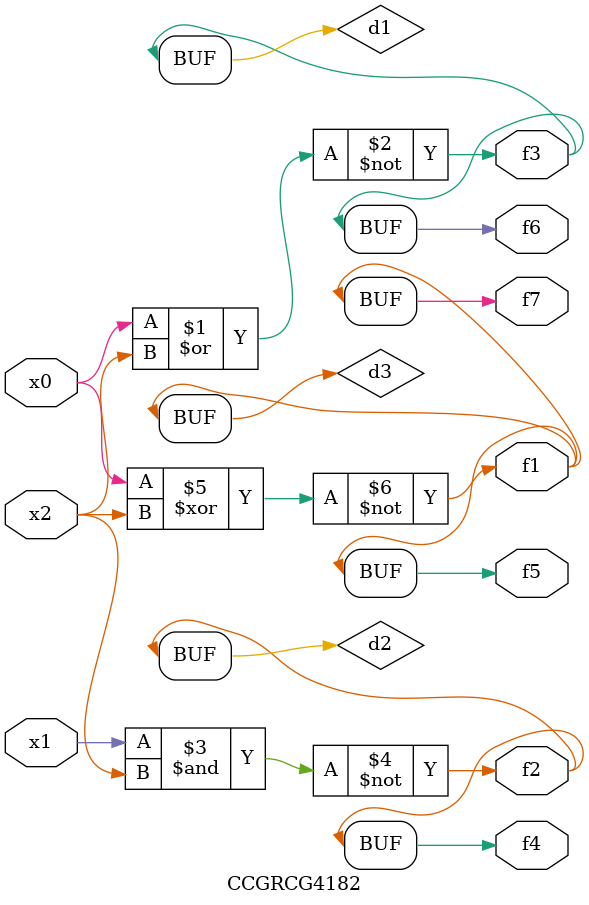
<source format=v>
module CCGRCG4182(
	input x0, x1, x2,
	output f1, f2, f3, f4, f5, f6, f7
);

	wire d1, d2, d3;

	nor (d1, x0, x2);
	nand (d2, x1, x2);
	xnor (d3, x0, x2);
	assign f1 = d3;
	assign f2 = d2;
	assign f3 = d1;
	assign f4 = d2;
	assign f5 = d3;
	assign f6 = d1;
	assign f7 = d3;
endmodule

</source>
